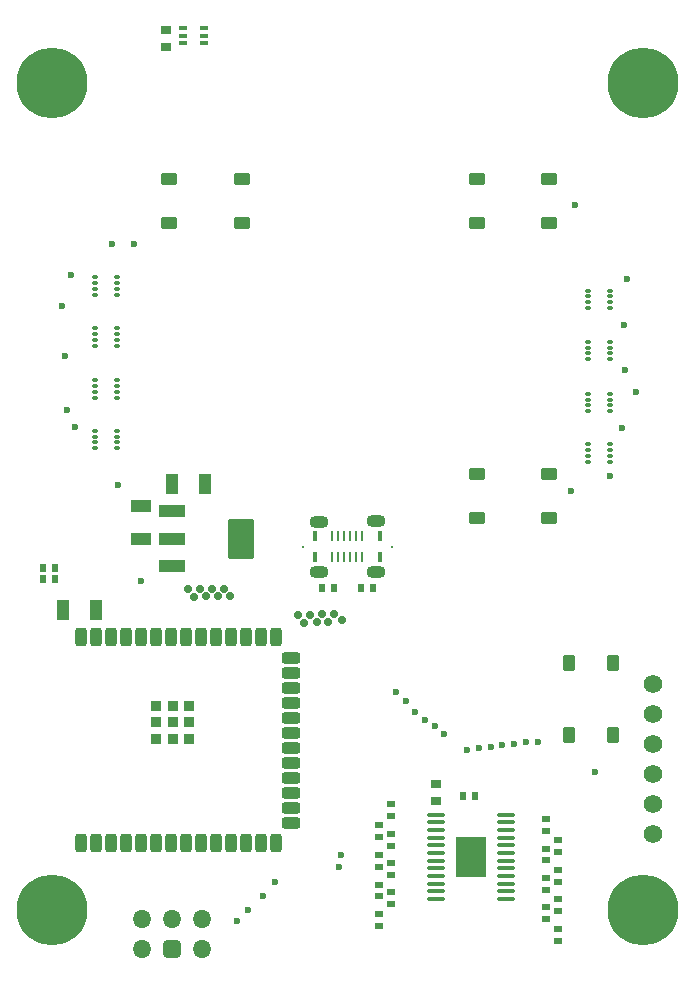
<source format=gbr>
%TF.GenerationSoftware,Altium Limited,Altium Designer,25.4.2 (15)*%
G04 Layer_Color=16711935*
%FSLAX45Y45*%
%MOMM*%
%TF.SameCoordinates,19D022B1-5E63-46E7-B1F0-11DBF932BF25*%
%TF.FilePolarity,Negative*%
%TF.FileFunction,Soldermask,Bot*%
%TF.Part,Single*%
G01*
G75*
%TA.AperFunction,ComponentPad*%
%ADD49C,0.32500*%
%ADD50O,1.60000X1.10000*%
%TA.AperFunction,WasherPad*%
%ADD53C,6.00000*%
%TA.AperFunction,ViaPad*%
%ADD54C,0.70000*%
%TA.AperFunction,BGAPad,CuDef*%
%ADD56R,0.90000X0.90000*%
%TA.AperFunction,SMDPad,CuDef*%
G04:AMPARAMS|DCode=59|XSize=0.25mm|YSize=0.85mm|CornerRadius=0.0125mm|HoleSize=0mm|Usage=FLASHONLY|Rotation=180.000|XOffset=0mm|YOffset=0mm|HoleType=Round|Shape=RoundedRectangle|*
%AMROUNDEDRECTD59*
21,1,0.25000,0.82500,0,0,180.0*
21,1,0.22500,0.85000,0,0,180.0*
1,1,0.02500,-0.11250,0.41250*
1,1,0.02500,0.11250,0.41250*
1,1,0.02500,0.11250,-0.41250*
1,1,0.02500,-0.11250,-0.41250*
%
%ADD59ROUNDEDRECTD59*%
G04:AMPARAMS|DCode=60|XSize=0.35mm|YSize=0.85mm|CornerRadius=0.0175mm|HoleSize=0mm|Usage=FLASHONLY|Rotation=180.000|XOffset=0mm|YOffset=0mm|HoleType=Round|Shape=RoundedRectangle|*
%AMROUNDEDRECTD60*
21,1,0.35000,0.81500,0,0,180.0*
21,1,0.31500,0.85000,0,0,180.0*
1,1,0.03500,-0.15750,0.40750*
1,1,0.03500,0.15750,0.40750*
1,1,0.03500,0.15750,-0.40750*
1,1,0.03500,-0.15750,-0.40750*
%
%ADD60ROUNDEDRECTD60*%
%ADD61C,0.60000*%
%TA.AperFunction,ConnectorPad*%
G04:AMPARAMS|DCode=74|XSize=0.3mm|YSize=0.65mm|CornerRadius=0.015mm|HoleSize=0mm|Usage=FLASHONLY|Rotation=90.000|XOffset=0mm|YOffset=0mm|HoleType=Round|Shape=RoundedRectangle|*
%AMROUNDEDRECTD74*
21,1,0.30000,0.62000,0,0,90.0*
21,1,0.27000,0.65000,0,0,90.0*
1,1,0.03000,0.31000,0.13500*
1,1,0.03000,0.31000,-0.13500*
1,1,0.03000,-0.31000,-0.13500*
1,1,0.03000,-0.31000,0.13500*
%
%ADD74ROUNDEDRECTD74*%
G04:AMPARAMS|DCode=88|XSize=0.976mm|YSize=1.576mm|CornerRadius=0.263mm|HoleSize=0mm|Usage=FLASHONLY|Rotation=270.000|XOffset=0mm|YOffset=0mm|HoleType=Round|Shape=RoundedRectangle|*
%AMROUNDEDRECTD88*
21,1,0.97600,1.05000,0,0,270.0*
21,1,0.45000,1.57600,0,0,270.0*
1,1,0.52600,-0.52500,-0.22500*
1,1,0.52600,-0.52500,0.22500*
1,1,0.52600,0.52500,0.22500*
1,1,0.52600,0.52500,-0.22500*
%
%ADD88ROUNDEDRECTD88*%
G04:AMPARAMS|DCode=89|XSize=1.576mm|YSize=0.976mm|CornerRadius=0.263mm|HoleSize=0mm|Usage=FLASHONLY|Rotation=270.000|XOffset=0mm|YOffset=0mm|HoleType=Round|Shape=RoundedRectangle|*
%AMROUNDEDRECTD89*
21,1,1.57600,0.45000,0,0,270.0*
21,1,1.05000,0.97600,0,0,270.0*
1,1,0.52600,-0.22500,-0.52500*
1,1,0.52600,-0.22500,0.52500*
1,1,0.52600,0.22500,0.52500*
1,1,0.52600,0.22500,-0.52500*
%
%ADD89ROUNDEDRECTD89*%
%TA.AperFunction,SMDPad,CuDef*%
G04:AMPARAMS|DCode=90|XSize=1.376mm|YSize=0.976mm|CornerRadius=0.083mm|HoleSize=0mm|Usage=FLASHONLY|Rotation=180.000|XOffset=0mm|YOffset=0mm|HoleType=Round|Shape=RoundedRectangle|*
%AMROUNDEDRECTD90*
21,1,1.37600,0.81000,0,0,180.0*
21,1,1.21000,0.97600,0,0,180.0*
1,1,0.16600,-0.60500,0.40500*
1,1,0.16600,0.60500,0.40500*
1,1,0.16600,0.60500,-0.40500*
1,1,0.16600,-0.60500,-0.40500*
%
%ADD90ROUNDEDRECTD90*%
G04:AMPARAMS|DCode=91|XSize=1.376mm|YSize=0.976mm|CornerRadius=0.083mm|HoleSize=0mm|Usage=FLASHONLY|Rotation=270.000|XOffset=0mm|YOffset=0mm|HoleType=Round|Shape=RoundedRectangle|*
%AMROUNDEDRECTD91*
21,1,1.37600,0.81000,0,0,270.0*
21,1,1.21000,0.97600,0,0,270.0*
1,1,0.16600,-0.40500,-0.60500*
1,1,0.16600,-0.40500,0.60500*
1,1,0.16600,0.40500,0.60500*
1,1,0.16600,0.40500,-0.60500*
%
%ADD91ROUNDEDRECTD91*%
%ADD92O,0.67600X0.27600*%
%ADD93O,1.47600X0.40100*%
%ADD94R,2.51600X3.49600*%
G04:AMPARAMS|DCode=95|XSize=1.076mm|YSize=2.226mm|CornerRadius=0.088mm|HoleSize=0mm|Usage=FLASHONLY|Rotation=270.000|XOffset=0mm|YOffset=0mm|HoleType=Round|Shape=RoundedRectangle|*
%AMROUNDEDRECTD95*
21,1,1.07600,2.05000,0,0,270.0*
21,1,0.90000,2.22600,0,0,270.0*
1,1,0.17600,-1.02500,-0.45000*
1,1,0.17600,-1.02500,0.45000*
1,1,0.17600,1.02500,0.45000*
1,1,0.17600,1.02500,-0.45000*
%
%ADD95ROUNDEDRECTD95*%
G04:AMPARAMS|DCode=96|XSize=3.326mm|YSize=2.226mm|CornerRadius=0.1455mm|HoleSize=0mm|Usage=FLASHONLY|Rotation=270.000|XOffset=0mm|YOffset=0mm|HoleType=Round|Shape=RoundedRectangle|*
%AMROUNDEDRECTD96*
21,1,3.32600,1.93500,0,0,270.0*
21,1,3.03500,2.22600,0,0,270.0*
1,1,0.29100,-0.96750,-1.51750*
1,1,0.29100,-0.96750,1.51750*
1,1,0.29100,0.96750,1.51750*
1,1,0.29100,0.96750,-1.51750*
%
%ADD96ROUNDEDRECTD96*%
G04:AMPARAMS|DCode=97|XSize=1.726mm|YSize=1.026mm|CornerRadius=0.04275mm|HoleSize=0mm|Usage=FLASHONLY|Rotation=90.000|XOffset=0mm|YOffset=0mm|HoleType=Round|Shape=RoundedRectangle|*
%AMROUNDEDRECTD97*
21,1,1.72600,0.94050,0,0,90.0*
21,1,1.64050,1.02600,0,0,90.0*
1,1,0.08550,0.47025,0.82025*
1,1,0.08550,0.47025,-0.82025*
1,1,0.08550,-0.47025,-0.82025*
1,1,0.08550,-0.47025,0.82025*
%
%ADD97ROUNDEDRECTD97*%
G04:AMPARAMS|DCode=98|XSize=1.726mm|YSize=1.026mm|CornerRadius=0.04275mm|HoleSize=0mm|Usage=FLASHONLY|Rotation=0.000|XOffset=0mm|YOffset=0mm|HoleType=Round|Shape=RoundedRectangle|*
%AMROUNDEDRECTD98*
21,1,1.72600,0.94050,0,0,0.0*
21,1,1.64050,1.02600,0,0,0.0*
1,1,0.08550,0.82025,-0.47025*
1,1,0.08550,-0.82025,-0.47025*
1,1,0.08550,-0.82025,0.47025*
1,1,0.08550,0.82025,0.47025*
%
%ADD98ROUNDEDRECTD98*%
G04:AMPARAMS|DCode=99|XSize=0.576mm|YSize=0.626mm|CornerRadius=0.063mm|HoleSize=0mm|Usage=FLASHONLY|Rotation=270.000|XOffset=0mm|YOffset=0mm|HoleType=Round|Shape=RoundedRectangle|*
%AMROUNDEDRECTD99*
21,1,0.57600,0.50000,0,0,270.0*
21,1,0.45000,0.62600,0,0,270.0*
1,1,0.12600,-0.25000,-0.22500*
1,1,0.12600,-0.25000,0.22500*
1,1,0.12600,0.25000,0.22500*
1,1,0.12600,0.25000,-0.22500*
%
%ADD99ROUNDEDRECTD99*%
G04:AMPARAMS|DCode=100|XSize=0.576mm|YSize=0.626mm|CornerRadius=0.063mm|HoleSize=0mm|Usage=FLASHONLY|Rotation=0.000|XOffset=0mm|YOffset=0mm|HoleType=Round|Shape=RoundedRectangle|*
%AMROUNDEDRECTD100*
21,1,0.57600,0.50000,0,0,0.0*
21,1,0.45000,0.62600,0,0,0.0*
1,1,0.12600,0.22500,-0.25000*
1,1,0.12600,-0.22500,-0.25000*
1,1,0.12600,-0.22500,0.25000*
1,1,0.12600,0.22500,0.25000*
%
%ADD100ROUNDEDRECTD100*%
G04:AMPARAMS|DCode=101|XSize=0.926mm|YSize=0.676mm|CornerRadius=0.041mm|HoleSize=0mm|Usage=FLASHONLY|Rotation=180.000|XOffset=0mm|YOffset=0mm|HoleType=Round|Shape=RoundedRectangle|*
%AMROUNDEDRECTD101*
21,1,0.92600,0.59400,0,0,180.0*
21,1,0.84400,0.67600,0,0,180.0*
1,1,0.08200,-0.42200,0.29700*
1,1,0.08200,0.42200,0.29700*
1,1,0.08200,0.42200,-0.29700*
1,1,0.08200,-0.42200,-0.29700*
%
%ADD101ROUNDEDRECTD101*%
%TA.AperFunction,ComponentPad*%
G04:AMPARAMS|DCode=102|XSize=1.576mm|YSize=1.526mm|CornerRadius=0.4005mm|HoleSize=0mm|Usage=FLASHONLY|Rotation=180.000|XOffset=0mm|YOffset=0mm|HoleType=Round|Shape=RoundedRectangle|*
%AMROUNDEDRECTD102*
21,1,1.57600,0.72500,0,0,180.0*
21,1,0.77500,1.52600,0,0,180.0*
1,1,0.80100,-0.38750,0.36250*
1,1,0.80100,0.38750,0.36250*
1,1,0.80100,0.38750,-0.36250*
1,1,0.80100,-0.38750,-0.36250*
%
%ADD102ROUNDEDRECTD102*%
%ADD103O,1.57600X1.52600*%
%TA.AperFunction,ViaPad*%
%ADD104C,1.57600*%
D49*
X2625000Y3572200D02*
D03*
X3375000D02*
D03*
D50*
X2760000Y3359700D02*
D03*
X3240000D02*
D03*
X2760000Y3784700D02*
D03*
X3240000Y3787200D02*
D03*
D53*
X500000Y500000D02*
D03*
X5500000D02*
D03*
Y7500000D02*
D03*
X500000D02*
D03*
D54*
X2958457Y2952866D02*
D03*
X2891535Y2999070D02*
D03*
X2840662Y2936322D02*
D03*
X2790098Y2998867D02*
D03*
X2739794Y2936216D02*
D03*
X2683150Y2993210D02*
D03*
X2632488Y2930592D02*
D03*
X2581968Y2997323D02*
D03*
X1649999Y3215000D02*
D03*
X1700519Y3148268D02*
D03*
X1751181Y3210886D02*
D03*
X1807825Y3153893D02*
D03*
X1858129Y3216543D02*
D03*
X1908694Y3153999D02*
D03*
X1959567Y3216747D02*
D03*
X2011488Y3155543D02*
D03*
X4100000Y837500D02*
D03*
X3990000D02*
D03*
X4100000Y947500D02*
D03*
X3990000D02*
D03*
X3990000Y1057500D02*
D03*
X4100000D02*
D03*
D56*
X1381080Y2225480D02*
D03*
Y2085480D02*
D03*
Y1945480D02*
D03*
X1521080Y2085480D02*
D03*
Y2225480D02*
D03*
Y1945480D02*
D03*
X1661080Y2225480D02*
D03*
Y2085480D02*
D03*
Y1945480D02*
D03*
D59*
X2925000Y3662200D02*
D03*
X3075000Y3482200D02*
D03*
X2975000D02*
D03*
X3025000Y3662200D02*
D03*
Y3482200D02*
D03*
X2975000Y3662200D02*
D03*
X3075000D02*
D03*
X2925000Y3482200D02*
D03*
X2875001Y3662200D02*
D03*
Y3482200D02*
D03*
X3125000D02*
D03*
Y3662200D02*
D03*
D60*
X2725000Y3482200D02*
D03*
Y3662200D02*
D03*
X3275000D02*
D03*
Y3482200D02*
D03*
D61*
X5372164Y5839565D02*
D03*
X2384145Y733355D02*
D03*
X2285750Y614250D02*
D03*
X2156909Y500591D02*
D03*
X2065076Y407385D02*
D03*
X3822698Y1989588D02*
D03*
X4615793Y1922087D02*
D03*
X4511511Y1915645D02*
D03*
X4412104Y1903146D02*
D03*
X4312696Y1890646D02*
D03*
X4213289Y1878147D02*
D03*
X4113882Y1865648D02*
D03*
X4014475Y1853148D02*
D03*
X1254600Y3286046D02*
D03*
X4892858Y4046223D02*
D03*
X5223137Y4170860D02*
D03*
X5326140Y4579020D02*
D03*
X5445000Y4880000D02*
D03*
X5347500Y5070306D02*
D03*
X5345869Y5450508D02*
D03*
X4928838Y6463488D02*
D03*
X1060442Y4097942D02*
D03*
X695211Y4585211D02*
D03*
X624502Y4731684D02*
D03*
X606658Y5188342D02*
D03*
X585650Y5607354D02*
D03*
X658885Y5871561D02*
D03*
X1011536Y6134036D02*
D03*
X1193490D02*
D03*
X5097500Y1665386D02*
D03*
X2934300Y858408D02*
D03*
X2947267Y962670D02*
D03*
X3746337Y2054300D02*
D03*
X3657993Y2108437D02*
D03*
X3574584Y2173233D02*
D03*
X3493522Y2262617D02*
D03*
X3408808Y2338614D02*
D03*
D74*
X1610000Y7965000D02*
D03*
X1790000D02*
D03*
Y7835000D02*
D03*
X1610000D02*
D03*
X1790000Y7900000D02*
D03*
X1610000D02*
D03*
D88*
X2525080Y1236980D02*
D03*
Y1363980D02*
D03*
Y1490980D02*
D03*
Y1617980D02*
D03*
Y1744980D02*
D03*
Y1871980D02*
D03*
Y1998980D02*
D03*
Y2125980D02*
D03*
Y2252980D02*
D03*
Y2379980D02*
D03*
Y2506980D02*
D03*
Y2633980D02*
D03*
D89*
X749080Y1060480D02*
D03*
X876080D02*
D03*
X1003080D02*
D03*
X1130080D02*
D03*
X1257080D02*
D03*
X1384080D02*
D03*
X1511080D02*
D03*
X1638080D02*
D03*
X1765080D02*
D03*
X1892080D02*
D03*
X2019080D02*
D03*
X2146080D02*
D03*
X2273080D02*
D03*
X2400080D02*
D03*
Y2810480D02*
D03*
X2273080D02*
D03*
X2146080D02*
D03*
X2019080D02*
D03*
X1892080D02*
D03*
X1765080D02*
D03*
X1638080D02*
D03*
X1511080D02*
D03*
X1384080D02*
D03*
X1257080D02*
D03*
X1130080D02*
D03*
X1003080D02*
D03*
X876080D02*
D03*
X749080D02*
D03*
D90*
X4095000Y6685000D02*
D03*
Y6315000D02*
D03*
X4705000Y6685000D02*
D03*
Y6315000D02*
D03*
X4095000Y4185000D02*
D03*
Y3815000D02*
D03*
X4705000Y4185000D02*
D03*
Y3815000D02*
D03*
X1495000Y6684999D02*
D03*
Y6315000D02*
D03*
X2105000Y6684999D02*
D03*
Y6315000D02*
D03*
D91*
X4879430Y1979977D02*
D03*
X5249430D02*
D03*
X4879430Y2589977D02*
D03*
X5249430D02*
D03*
D92*
X5036780Y5641121D02*
D03*
Y5591121D02*
D03*
Y5691121D02*
D03*
Y5741121D02*
D03*
X5226781D02*
D03*
Y5691121D02*
D03*
Y5641121D02*
D03*
Y5591121D02*
D03*
X5036780Y4768618D02*
D03*
Y4718618D02*
D03*
Y4818618D02*
D03*
Y4868618D02*
D03*
X5226781D02*
D03*
Y4818618D02*
D03*
Y4768618D02*
D03*
Y4718618D02*
D03*
X5036780Y4340331D02*
D03*
Y4290331D02*
D03*
Y4390331D02*
D03*
Y4440331D02*
D03*
X5226781D02*
D03*
Y4390331D02*
D03*
Y4340331D02*
D03*
Y4290331D02*
D03*
X1050700Y4505410D02*
D03*
Y4555410D02*
D03*
Y4455410D02*
D03*
Y4405410D02*
D03*
X860700D02*
D03*
Y4455410D02*
D03*
Y4505410D02*
D03*
Y4555410D02*
D03*
X1050700Y4933697D02*
D03*
Y4983697D02*
D03*
Y4883697D02*
D03*
Y4833697D02*
D03*
X860700D02*
D03*
Y4883697D02*
D03*
Y4933697D02*
D03*
Y4983697D02*
D03*
X1050700Y5374159D02*
D03*
Y5424159D02*
D03*
Y5324159D02*
D03*
Y5274159D02*
D03*
X860700D02*
D03*
Y5324159D02*
D03*
Y5374159D02*
D03*
Y5424159D02*
D03*
X1050700Y5806200D02*
D03*
Y5856200D02*
D03*
Y5756200D02*
D03*
Y5706200D02*
D03*
X860700D02*
D03*
Y5756200D02*
D03*
Y5806200D02*
D03*
Y5856200D02*
D03*
X5036780Y5209080D02*
D03*
Y5159080D02*
D03*
Y5259080D02*
D03*
Y5309080D02*
D03*
X5226781D02*
D03*
Y5259080D02*
D03*
Y5209080D02*
D03*
Y5159080D02*
D03*
D93*
X3750000Y1175000D02*
D03*
X4340000Y1110000D02*
D03*
Y1175000D02*
D03*
X3750000Y1305000D02*
D03*
Y1110000D02*
D03*
X4340000Y1240000D02*
D03*
X3750000D02*
D03*
X4340000Y1305000D02*
D03*
Y590000D02*
D03*
Y655000D02*
D03*
Y720000D02*
D03*
Y785000D02*
D03*
Y850000D02*
D03*
Y915000D02*
D03*
Y980000D02*
D03*
Y1045000D02*
D03*
X3750000D02*
D03*
Y980000D02*
D03*
Y915000D02*
D03*
Y785000D02*
D03*
Y720000D02*
D03*
Y655000D02*
D03*
Y590000D02*
D03*
Y850000D02*
D03*
D94*
X4045000Y947500D02*
D03*
D95*
X1514101Y3641300D02*
D03*
X1514100Y3411300D02*
D03*
Y3871300D02*
D03*
D96*
X2099100Y3641300D02*
D03*
D97*
X1794100Y4100000D02*
D03*
X1514100D02*
D03*
X596076Y3034999D02*
D03*
X876080Y3035000D02*
D03*
D98*
X1254600Y3641300D02*
D03*
Y3921300D02*
D03*
D99*
X4681269Y769432D02*
D03*
Y669432D02*
D03*
X4780585Y734198D02*
D03*
Y834198D02*
D03*
X4683060Y1016715D02*
D03*
Y916715D02*
D03*
X4683059Y1265985D02*
D03*
X4683059Y1165985D02*
D03*
X4780560Y991715D02*
D03*
Y1091714D02*
D03*
X3272500Y959198D02*
D03*
Y462187D02*
D03*
X3370000Y546271D02*
D03*
X3272500Y711270D02*
D03*
X3370000Y794432D02*
D03*
X3370000Y1041714D02*
D03*
X3272500Y1216714D02*
D03*
X3370000Y1290985D02*
D03*
X4683061Y421272D02*
D03*
X4780560Y586271D02*
D03*
X4784332Y337188D02*
D03*
X4683061Y521271D02*
D03*
X4784332Y237188D02*
D03*
X4780560Y486271D02*
D03*
X3272500Y611270D02*
D03*
X3272500Y859198D02*
D03*
X3370000Y646271D02*
D03*
X3272500Y362187D02*
D03*
X3370000Y1390985D02*
D03*
X3272500Y1116714D02*
D03*
X3370000Y1141715D02*
D03*
X3370000Y894432D02*
D03*
D100*
X4082500Y1465000D02*
D03*
X3218367Y3221045D02*
D03*
X2789443Y3221041D02*
D03*
X3982500Y1465000D02*
D03*
X425000Y3295000D02*
D03*
Y3395000D02*
D03*
X2889443Y3221041D02*
D03*
X3118367Y3221045D02*
D03*
X525000Y3295000D02*
D03*
Y3395000D02*
D03*
D101*
X3750000Y1567500D02*
D03*
X1462400Y7947580D02*
D03*
X3750000Y1422500D02*
D03*
X1462400Y7802580D02*
D03*
D102*
X1520000Y163496D02*
D03*
D103*
Y417496D02*
D03*
X1774000D02*
D03*
X1266000Y163496D02*
D03*
X1774000D02*
D03*
X1266000Y417496D02*
D03*
D104*
X5588000Y2413000D02*
D03*
Y2159000D02*
D03*
Y1143000D02*
D03*
Y1905000D02*
D03*
Y1651000D02*
D03*
Y1397000D02*
D03*
%TF.MD5,765de5a8c1a33fa693d1e7998351d040*%
M02*

</source>
